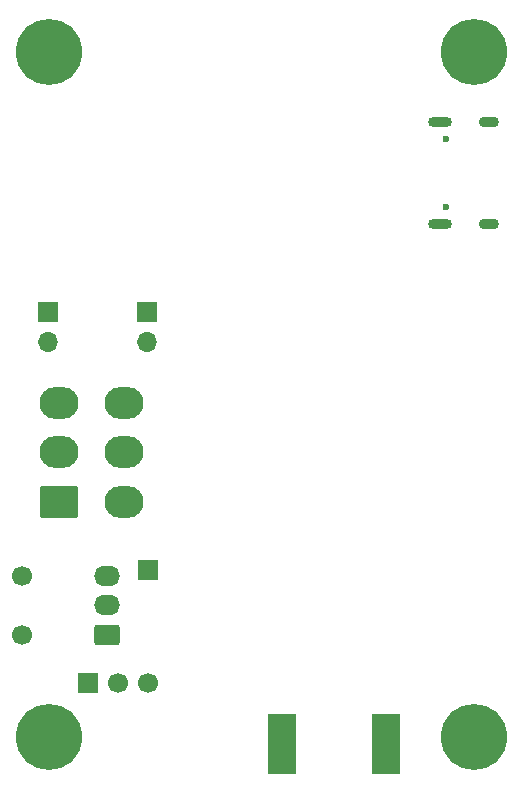
<source format=gbr>
%TF.GenerationSoftware,KiCad,Pcbnew,9.0.1*%
%TF.CreationDate,2025-04-26T23:34:39+03:00*%
%TF.ProjectId,Ricardo-Hermes,52696361-7264-46f2-9d48-65726d65732e,rev?*%
%TF.SameCoordinates,Original*%
%TF.FileFunction,Soldermask,Bot*%
%TF.FilePolarity,Negative*%
%FSLAX46Y46*%
G04 Gerber Fmt 4.6, Leading zero omitted, Abs format (unit mm)*
G04 Created by KiCad (PCBNEW 9.0.1) date 2025-04-26 23:34:39*
%MOMM*%
%LPD*%
G01*
G04 APERTURE LIST*
G04 Aperture macros list*
%AMRoundRect*
0 Rectangle with rounded corners*
0 $1 Rounding radius*
0 $2 $3 $4 $5 $6 $7 $8 $9 X,Y pos of 4 corners*
0 Add a 4 corners polygon primitive as box body*
4,1,4,$2,$3,$4,$5,$6,$7,$8,$9,$2,$3,0*
0 Add four circle primitives for the rounded corners*
1,1,$1+$1,$2,$3*
1,1,$1+$1,$4,$5*
1,1,$1+$1,$6,$7*
1,1,$1+$1,$8,$9*
0 Add four rect primitives between the rounded corners*
20,1,$1+$1,$2,$3,$4,$5,0*
20,1,$1+$1,$4,$5,$6,$7,0*
20,1,$1+$1,$6,$7,$8,$9,0*
20,1,$1+$1,$8,$9,$2,$3,0*%
G04 Aperture macros list end*
%ADD10RoundRect,0.250001X1.399999X-1.099999X1.399999X1.099999X-1.399999X1.099999X-1.399999X-1.099999X0*%
%ADD11O,3.300000X2.700000*%
%ADD12R,1.700000X1.700000*%
%ADD13C,0.600000*%
%ADD14O,2.000000X0.900000*%
%ADD15O,1.700000X0.900000*%
%ADD16R,2.420000X5.080000*%
%ADD17C,1.700000*%
%ADD18C,5.600000*%
%ADD19RoundRect,0.250000X0.850000X0.600000X-0.850000X0.600000X-0.850000X-0.600000X0.850000X-0.600000X0*%
%ADD20O,2.200000X1.700000*%
%ADD21O,1.700000X1.700000*%
G04 APERTURE END LIST*
D10*
%TO.C,J1*%
X122568000Y-112697000D03*
D11*
X122568000Y-108497000D03*
X122568000Y-104297000D03*
X128068000Y-112697000D03*
X128068000Y-108497000D03*
X128068000Y-104297000D03*
%TD*%
D12*
%TO.C,3v3*%
X130095800Y-118504600D03*
%TD*%
D13*
%TO.C,J2*%
X155304400Y-87739600D03*
X155304400Y-81959600D03*
D14*
X154824400Y-89169600D03*
D15*
X158994400Y-89169600D03*
D14*
X154824400Y-80529600D03*
D15*
X158994400Y-80529600D03*
%TD*%
D16*
%TO.C,ANT_SMA1*%
X141434400Y-133208400D03*
X150194400Y-133208400D03*
%TD*%
D12*
%TO.C,UART_ESP1*%
X125015800Y-128029600D03*
D17*
X127555800Y-128029600D03*
X130095800Y-128029600D03*
%TD*%
D18*
%TO.C,H3*%
X121705000Y-132590000D03*
%TD*%
D17*
%TO.C,UART1*%
X119453200Y-123951000D03*
X119453200Y-118951000D03*
D19*
X126633200Y-123951000D03*
D20*
X126633200Y-121451000D03*
X126633200Y-118951000D03*
%TD*%
D18*
%TO.C,H1*%
X121705000Y-74589600D03*
%TD*%
%TO.C,H4*%
X157705400Y-132590000D03*
%TD*%
D12*
%TO.C,ENJUMPER1*%
X121612200Y-96635200D03*
D21*
X121612200Y-99175200D03*
%TD*%
D12*
%TO.C,BOOTJUMPER1*%
X129994200Y-96584400D03*
D21*
X129994200Y-99124400D03*
%TD*%
D18*
%TO.C,H2*%
X157705400Y-74589600D03*
%TD*%
M02*

</source>
